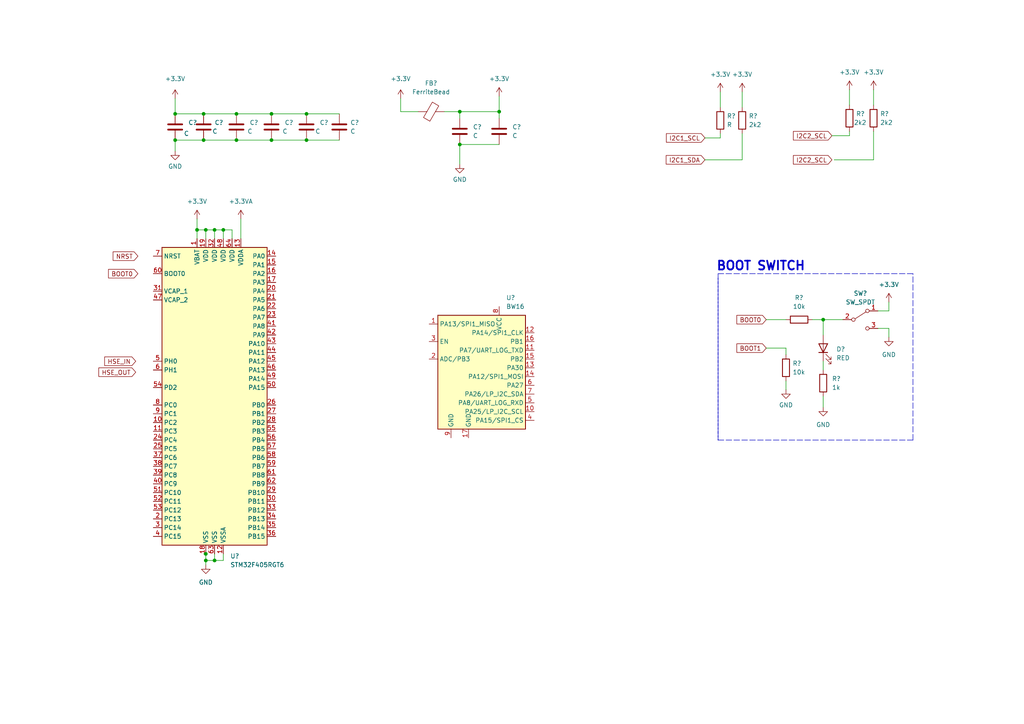
<source format=kicad_sch>
(kicad_sch (version 20211123) (generator eeschema)
  (paper "A4")
  (lib_symbols
    (symbol "Device:C" (pin_numbers hide) (pin_names (offset 0.254))
      (property "Reference" "C" (at 0.635 2.54 0))
      (property "Value" "C" (at 0.635 -2.54 0))
      (symbol "C_0_1"
        (polyline (pts (xy -2.032 -0.762) (xy 2.032 -0.762)) (stroke (width 0.508)))
        (polyline (pts (xy -2.032 0.762) (xy 2.032 0.762)) (stroke (width 0.508)))
      )
      (symbol "C_1_1"
        (pin passive line (at 0 3.81 270) (length 2.794) (name "~") (number "1"))
        (pin passive line (at 0 -3.81 90) (length 2.794) (name "~") (number "2"))
      )
    )
    (symbol "Device:FerriteBead" (pin_numbers hide) (pin_names (offset 0))
      (property "Reference" "FB" (at -3.81 0.635 90))
      (property "Value" "FerriteBead" (at 3.81 0 90))
      (symbol "FerriteBead_0_1"
        (polyline (pts (xy 0 -1.27) (xy 0 -1.2192)))
        (polyline (pts (xy 0 1.27) (xy 0 1.2954)))
        (polyline (pts (xy -2.7686 0.4064) (xy -1.7018 2.2606) (xy 2.7686 -0.3048) (xy 1.6764 -2.159) (xy -2.7686 0.4064)))
      )
      (symbol "FerriteBead_1_1"
        (pin passive line (at 0 3.81 270) (length 2.54) (name "~") (number "1"))
        (pin passive line (at 0 -3.81 90) (length 2.54) (name "~") (number "2"))
      )
    )
    (symbol "Device:LED" (pin_numbers hide) (pin_names (offset 1.016) hide)
      (property "Reference" "D" (at 0 2.54 0))
      (property "Value" "LED" (at 0 -2.54 0))
      (symbol "LED_0_1"
        (polyline (pts (xy -1.27 -1.27) (xy -1.27 1.27)) (stroke (width 0.254)))
        (polyline (pts (xy -1.27 0) (xy 1.27 0)))
        (polyline (pts (xy 1.27 -1.27) (xy 1.27 1.27) (xy -1.27 0) (xy 1.27 -1.27)) (stroke (width 0.254)))
        (polyline (pts (xy -3.048 -0.762) (xy -4.572 -2.286) (xy -3.81 -2.286) (xy -4.572 -2.286) (xy -4.572 -1.524)))
        (polyline (pts (xy -1.778 -0.762) (xy -3.302 -2.286) (xy -2.54 -2.286) (xy -3.302 -2.286) (xy -3.302 -1.524)))
      )
      (symbol "LED_1_1"
        (pin passive line (at -3.81 0 0) (length 2.54) (name "K") (number "1"))
        (pin passive line (at 3.81 0 180) (length 2.54) (name "A") (number "2"))
      )
    )
    (symbol "Device:R" (pin_numbers hide) (pin_names (offset 0))
      (property "Reference" "R" (at 2.032 0 90))
      (property "Value" "R" (at 0 0 90))
      (symbol "R_0_1"
        (rectangle (start -1.016 -2.54) (end 1.016 2.54) (stroke (width 0.254)))
      )
      (symbol "R_1_1"
        (pin passive line (at 0 3.81 270) (length 1.27) (name "~") (number "1"))
        (pin passive line (at 0 -3.81 90) (length 1.27) (name "~") (number "2"))
      )
    )
    (symbol "MCU_ST_STM32F4:STM32F405RGTx"
      (property "Reference" "U" (at -15.24 44.45 0))
      (property "Value" "STM32F405RGTx" (at 10.16 44.45 0))
      (symbol "STM32F405RGTx_0_1"
        (rectangle (start -15.24 -43.18) (end 15.24 43.18) (stroke (width 0.254)) (fill (type background)))
      )
      (symbol "STM32F405RGTx_1_1"
        (pin power_in line (at -5.08 45.72 270) (length 2.54) (name "VBAT") (number "1"))
        (pin bidirectional line (at -17.78 -7.62 0) (length 2.54) (name "PC2") (number "10"))
        (pin bidirectional line (at -17.78 -10.16 0) (length 2.54) (name "PC3") (number "11"))
        (pin power_in line (at 2.54 -45.72 90) (length 2.54) (name "VSSA") (number "12"))
        (pin power_in line (at 7.62 45.72 270) (length 2.54) (name "VDDA") (number "13"))
        (pin bidirectional line (at 17.78 40.64 180) (length 2.54) (name "PA0") (number "14"))
        (pin bidirectional line (at 17.78 38.1 180) (length 2.54) (name "PA1") (number "15"))
        (pin bidirectional line (at 17.78 35.56 180) (length 2.54) (name "PA2") (number "16"))
        (pin bidirectional line (at 17.78 33.02 180) (length 2.54) (name "PA3") (number "17"))
        (pin power_in line (at -2.54 -45.72 90) (length 2.54) (name "VSS") (number "18"))
        (pin power_in line (at -2.54 45.72 270) (length 2.54) (name "VDD") (number "19"))
        (pin bidirectional line (at -17.78 -35.56 0) (length 2.54) (name "PC13") (number "2"))
        (pin bidirectional line (at 17.78 30.48 180) (length 2.54) (name "PA4") (number "20"))
        (pin bidirectional line (at 17.78 27.94 180) (length 2.54) (name "PA5") (number "21"))
        (pin bidirectional line (at 17.78 25.4 180) (length 2.54) (name "PA6") (number "22"))
        (pin bidirectional line (at 17.78 22.86 180) (length 2.54) (name "PA7") (number "23"))
        (pin bidirectional line (at -17.78 -12.7 0) (length 2.54) (name "PC4") (number "24"))
        (pin bidirectional line (at -17.78 -15.24 0) (length 2.54) (name "PC5") (number "25"))
        (pin bidirectional line (at 17.78 -2.54 180) (length 2.54) (name "PB0") (number "26"))
        (pin bidirectional line (at 17.78 -5.08 180) (length 2.54) (name "PB1") (number "27"))
        (pin bidirectional line (at 17.78 -7.62 180) (length 2.54) (name "PB2") (number "28"))
        (pin bidirectional line (at 17.78 -27.94 180) (length 2.54) (name "PB10") (number "29"))
        (pin bidirectional line (at -17.78 -38.1 0) (length 2.54) (name "PC14") (number "3"))
        (pin bidirectional line (at 17.78 -30.48 180) (length 2.54) (name "PB11") (number "30"))
        (pin power_in line (at -17.78 30.48 0) (length 2.54) (name "VCAP_1") (number "31"))
        (pin power_in line (at 0 45.72 270) (length 2.54) (name "VDD") (number "32"))
        (pin bidirectional line (at 17.78 -33.02 180) (length 2.54) (name "PB12") (number "33"))
        (pin bidirectional line (at 17.78 -35.56 180) (length 2.54) (name "PB13") (number "34"))
        (pin bidirectional line (at 17.78 -38.1 180) (length 2.54) (name "PB14") (number "35"))
        (pin bidirectional line (at 17.78 -40.64 180) (length 2.54) (name "PB15") (number "36"))
        (pin bidirectional line (at -17.78 -17.78 0) (length 2.54) (name "PC6") (number "37"))
        (pin bidirectional line (at -17.78 -20.32 0) (length 2.54) (name "PC7") (number "38"))
        (pin bidirectional line (at -17.78 -22.86 0) (length 2.54) (name "PC8") (number "39"))
        (pin bidirectional line (at -17.78 -40.64 0) (length 2.54) (name "PC15") (number "4"))
        (pin bidirectional line (at -17.78 -25.4 0) (length 2.54) (name "PC9") (number "40"))
        (pin bidirectional line (at 17.78 20.32 180) (length 2.54) (name "PA8") (number "41"))
        (pin bidirectional line (at 17.78 17.78 180) (length 2.54) (name "PA9") (number "42"))
        (pin bidirectional line (at 17.78 15.24 180) (length 2.54) (name "PA10") (number "43"))
        (pin bidirectional line (at 17.78 12.7 180) (length 2.54) (name "PA11") (number "44"))
        (pin bidirectional line (at 17.78 10.16 180) (length 2.54) (name "PA12") (number "45"))
        (pin bidirectional line (at 17.78 7.62 180) (length 2.54) (name "PA13") (number "46"))
        (pin power_in line (at -17.78 27.94 0) (length 2.54) (name "VCAP_2") (number "47"))
        (pin power_in line (at 2.54 45.72 270) (length 2.54) (name "VDD") (number "48"))
        (pin bidirectional line (at 17.78 5.08 180) (length 2.54) (name "PA14") (number "49"))
        (pin input line (at -17.78 10.16 0) (length 2.54) (name "PH0") (number "5"))
        (pin bidirectional line (at 17.78 2.54 180) (length 2.54) (name "PA15") (number "50"))
        (pin bidirectional line (at -17.78 -27.94 0) (length 2.54) (name "PC10") (number "51"))
        (pin bidirectional line (at -17.78 -30.48 0) (length 2.54) (name "PC11") (number "52"))
        (pin bidirectional line (at -17.78 -33.02 0) (length 2.54) (name "PC12") (number "53"))
        (pin bidirectional line (at -17.78 2.54 0) (length 2.54) (name "PD2") (number "54"))
        (pin bidirectional line (at 17.78 -10.16 180) (length 2.54) (name "PB3") (number "55"))
        (pin bidirectional line (at 17.78 -12.7 180) (length 2.54) (name "PB4") (number "56"))
        (pin bidirectional line (at 17.78 -15.24 180) (length 2.54) (name "PB5") (number "57"))
        (pin bidirectional line (at 17.78 -17.78 180) (length 2.54) (name "PB6") (number "58"))
        (pin bidirectional line (at 17.78 -20.32 180) (length 2.54) (name "PB7") (number "59"))
        (pin input line (at -17.78 7.62 0) (length 2.54) (name "PH1") (number "6"))
        (pin input line (at -17.78 35.56 0) (length 2.54) (name "BOOT0") (number "60"))
        (pin bidirectional line (at 17.78 -22.86 180) (length 2.54) (name "PB8") (number "61"))
        (pin bidirectional line (at 17.78 -25.4 180) (length 2.54) (name "PB9") (number "62"))
        (pin power_in line (at 0 -45.72 90) (length 2.54) (name "VSS") (number "63"))
        (pin power_in line (at 5.08 45.72 270) (length 2.54) (name "VDD") (number "64"))
        (pin input line (at -17.78 40.64 0) (length 2.54) (name "NRST") (number "7"))
        (pin bidirectional line (at -17.78 -2.54 0) (length 2.54) (name "PC0") (number "8"))
        (pin bidirectional line (at -17.78 -5.08 0) (length 2.54) (name "PC1") (number "9"))
      )
    )
    (symbol "Switch:SW_SPDT" (pin_names (offset 0) hide)
      (property "Reference" "SW" (at 0 4.318 0))
      (property "Value" "SW_SPDT" (at 0 -5.08 0))
      (symbol "SW_SPDT_0_0"
        (circle (center -2.032 0) (radius 0.508))
        (circle (center 2.032 -2.54) (radius 0.508))
      )
      (symbol "SW_SPDT_0_1"
        (polyline (pts (xy -1.524 0.254) (xy 1.651 2.286)))
        (circle (center 2.032 2.54) (radius 0.508))
      )
      (symbol "SW_SPDT_1_1"
        (pin passive line (at 5.08 2.54 180) (length 2.54) (name "A") (number "1"))
        (pin passive line (at -5.08 0 0) (length 2.54) (name "B") (number "2"))
        (pin passive line (at 5.08 -2.54 180) (length 2.54) (name "C") (number "3"))
      )
    )
    (symbol "power:+3.3V" (power) (pin_names (offset 0))
      (property "Value" "+3.3V" (at 0 3.556 0))
      (symbol "+3.3V_0_1"
        (polyline (pts (xy -0.762 1.27) (xy 0 2.54)))
        (polyline (pts (xy 0 0) (xy 0 2.54)))
        (polyline (pts (xy 0 2.54) (xy 0.762 1.27)))
      )
      (symbol "+3.3V_1_1"
        (pin power_in line (at 0 0 90) (length 0) hide (name "+3.3V") (number "1"))
      )
    )
    (symbol "power:+3.3VA" (power) (pin_names (offset 0))
      (property "Value" "+3.3VA" (at 0 3.556 0))
      (symbol "+3.3VA_0_1"
        (polyline (pts (xy -0.762 1.27) (xy 0 2.54)))
        (polyline (pts (xy 0 0) (xy 0 2.54)))
        (polyline (pts (xy 0 2.54) (xy 0.762 1.27)))
      )
      (symbol "+3.3VA_1_1"
        (pin power_in line (at 0 0 90) (length 0) hide (name "+3.3VA") (number "1"))
      )
    )
    (symbol "power:GND" (power) (pin_names (offset 0))
      (property "Value" "GND" (at 0 -3.81 0))
      (symbol "GND_0_1"
        (polyline (pts (xy 0 0) (xy 0 -1.27) (xy 1.27 -1.27) (xy 0 -2.54) (xy -1.27 -1.27) (xy 0 -1.27)))
      )
      (symbol "GND_1_1"
        (pin power_in line (at 0 0 270) (length 0) hide (name "GND") (number "1"))
      )
    )
    (symbol "sensors:BW16"
      (property "Reference" "U" (at -12.7 19.05 0))
      (property "Value" "BW16" (at 12.7 19.05 0))
      (symbol "BW16_0_0"
        (pin power_in line (at -3.81 -17.78 90) (length 2.54) (name "GND") (number "17"))
      )
      (symbol "BW16_0_1"
        (rectangle (start -12.7 17.78) (end 12.7 -15.24) (stroke (width 0.254)) (fill (type background)))
      )
      (symbol "BW16_1_1"
        (pin bidirectional line (at -15.24 15.24 0) (length 2.54) (name "PA13/SPI1_MISO") (number "1"))
        (pin bidirectional line (at 15.24 -10.16 180) (length 2.54) (name "PA25/LP_I2C_SCL") (number "10"))
        (pin bidirectional line (at 15.24 7.62 180) (length 2.54) (name "PA7/UART_LOG_TXD") (number "11"))
        (pin bidirectional line (at 15.24 12.7 180) (length 2.54) (name "PA14/SPI1_CLK") (number "12"))
        (pin bidirectional line (at 15.24 2.54 180) (length 2.54) (name "PA30") (number "13"))
        (pin bidirectional line (at 15.24 0 180) (length 2.54) (name "PA12/SPI1_MOSI") (number "14"))
        (pin bidirectional line (at 15.24 5.08 180) (length 2.54) (name "PB2") (number "15"))
        (pin bidirectional line (at 15.24 10.16 180) (length 2.54) (name "PB1") (number "16"))
        (pin bidirectional line (at -15.24 5.08 0) (length 2.54) (name "ADC/PB3") (number "2"))
        (pin input line (at -15.24 10.16 0) (length 2.54) (name "EN") (number "3"))
        (pin bidirectional line (at 15.24 -12.7 180) (length 2.54) (name "PA15/SPI1_CS") (number "4"))
        (pin bidirectional line (at 15.24 -7.62 180) (length 2.54) (name "PA8/UART_LOG_RXD") (number "5"))
        (pin bidirectional line (at 15.24 -2.54 180) (length 2.54) (name "PA27") (number "6"))
        (pin bidirectional line (at 15.24 -5.08 180) (length 2.54) (name "PA26/LP_I2C_SDA") (number "7"))
        (pin power_in line (at 5.08 20.32 270) (length 2.54) (name "VCC") (number "8"))
        (pin power_in line (at -8.89 -17.78 90) (length 2.54) (name "GND") (number "9"))
      )
    )
  )
  (junction (at 88.9 33.02))
  (junction (at 68.58 40.64))
  (junction (at 57.15 66.675))
  (junction (at 78.74 40.64))
  (junction (at 50.8 33.02))
  (junction (at 133.35 41.91))
  (junction (at 50.8 40.64))
  (junction (at 68.58 33.02))
  (junction (at 64.77 66.675))
  (junction (at 133.35 32.385))
  (junction (at 62.23 66.675))
  (junction (at 59.69 66.675))
  (junction (at 78.74 33.02))
  (junction (at 238.76 92.71))
  (junction (at 59.055 33.02))
  (junction (at 144.78 32.385))
  (junction (at 88.9 40.64))
  (junction (at 62.23 162.56))
  (junction (at 59.69 160.655))
  (junction (at 59.055 40.64))
  (junction (at 59.69 162.56))
  (wire (pts (xy 50.8 40.64) (xy 59.055 40.64)))
  (wire (pts (xy 88.9 40.64) (xy 98.425 40.64)))
  (wire (pts (xy 133.35 41.91) (xy 144.78 41.91)))
  (wire (pts (xy 62.23 66.675) (xy 62.23 69.215)))
  (wire (pts (xy 59.69 66.675) (xy 62.23 66.675)))
  (wire (pts (xy 208.915 40.005) (xy 208.915 38.735)))
  (polyline (pts (xy 208.28 127.635) (xy 264.795 127.635)))
  (polyline (pts (xy 264.795 79.375) (xy 208.28 79.375)))
  (wire (pts (xy 68.58 40.64) (xy 78.74 40.64)))
  (wire (pts (xy 133.35 32.385) (xy 144.78 32.385)))
  (wire (pts (xy 257.81 95.25) (xy 257.81 97.79)))
  (wire (pts (xy 68.58 33.02) (xy 78.74 33.02)))
  (wire (pts (xy 227.965 110.49) (xy 227.965 113.03)))
  (wire (pts (xy 241.935 46.355) (xy 253.365 46.355)))
  (wire (pts (xy 59.69 162.56) (xy 62.23 162.56)))
  (wire (pts (xy 241.3 39.37) (xy 246.38 39.37)))
  (wire (pts (xy 59.055 40.64) (xy 68.58 40.64)))
  (wire (pts (xy 257.81 90.17) (xy 257.81 87.63)))
  (polyline (pts (xy 208.28 79.375) (xy 208.28 127.635)))
  (wire (pts (xy 62.23 66.675) (xy 64.77 66.675)))
  (wire (pts (xy 50.8 33.02) (xy 59.055 33.02)))
  (wire (pts (xy 246.38 26.035) (xy 246.38 30.48)))
  (wire (pts (xy 235.585 92.71) (xy 238.76 92.71)))
  (wire (pts (xy 246.38 39.37) (xy 246.38 38.1)))
  (wire (pts (xy 254.635 90.17) (xy 257.81 90.17)))
  (wire (pts (xy 64.77 162.56) (xy 64.77 160.655)))
  (wire (pts (xy 64.77 66.675) (xy 67.31 66.675)))
  (wire (pts (xy 215.265 46.355) (xy 215.265 38.735)))
  (wire (pts (xy 59.69 160.655) (xy 59.69 162.56)))
  (wire (pts (xy 133.35 32.385) (xy 133.35 34.29)))
  (wire (pts (xy 62.23 162.56) (xy 62.23 160.655)))
  (wire (pts (xy 133.35 41.91) (xy 133.35 47.625)))
  (wire (pts (xy 116.205 32.385) (xy 121.285 32.385)))
  (wire (pts (xy 222.25 100.965) (xy 227.965 100.965)))
  (wire (pts (xy 128.905 32.385) (xy 133.35 32.385)))
  (wire (pts (xy 253.365 46.355) (xy 253.365 38.1)))
  (wire (pts (xy 222.25 92.71) (xy 227.965 92.71)))
  (wire (pts (xy 227.965 100.965) (xy 227.965 102.87)))
  (wire (pts (xy 144.78 32.385) (xy 144.78 34.29)))
  (wire (pts (xy 59.055 160.655) (xy 59.69 160.655)))
  (wire (pts (xy 59.055 33.02) (xy 68.58 33.02)))
  (wire (pts (xy 78.74 40.64) (xy 88.9 40.64)))
  (wire (pts (xy 238.76 92.71) (xy 238.76 97.155)))
  (wire (pts (xy 238.76 104.775) (xy 238.76 107.315)))
  (polyline (pts (xy 264.795 127.635) (xy 264.795 79.375)))
  (wire (pts (xy 116.205 28.575) (xy 116.205 32.385)))
  (wire (pts (xy 88.9 33.02) (xy 98.425 33.02)))
  (wire (pts (xy 50.8 28.575) (xy 50.8 33.02)))
  (wire (pts (xy 64.77 66.675) (xy 64.77 69.215)))
  (wire (pts (xy 204.47 40.005) (xy 208.915 40.005)))
  (wire (pts (xy 254.635 95.25) (xy 257.81 95.25)))
  (wire (pts (xy 215.265 26.67) (xy 215.265 31.115)))
  (wire (pts (xy 57.15 69.215) (xy 57.15 66.675)))
  (wire (pts (xy 57.15 66.675) (xy 59.69 66.675)))
  (wire (pts (xy 62.23 162.56) (xy 64.77 162.56)))
  (polyline (pts (xy 208.28 80.645) (xy 208.28 127.635)))
  (wire (pts (xy 57.15 63.5) (xy 57.15 66.675)))
  (wire (pts (xy 50.8 40.64) (xy 50.8 43.815)))
  (wire (pts (xy 144.78 27.94) (xy 144.78 32.385)))
  (wire (pts (xy 59.69 66.675) (xy 59.69 69.215)))
  (wire (pts (xy 59.69 162.56) (xy 59.69 163.83)))
  (wire (pts (xy 253.365 26.035) (xy 253.365 30.48)))
  (wire (pts (xy 204.47 46.355) (xy 215.265 46.355)))
  (wire (pts (xy 69.85 63.5) (xy 69.85 69.215)))
  (wire (pts (xy 67.31 66.675) (xy 67.31 69.215)))
  (wire (pts (xy 238.76 92.71) (xy 244.475 92.71)))
  (wire (pts (xy 238.76 114.935) (xy 238.76 118.11)))
  (wire (pts (xy 208.915 26.67) (xy 208.915 31.115)))
  (wire (pts (xy 78.74 33.02) (xy 88.9 33.02)))
  (text "BOOT SWITCH" (at 207.645 78.74 0) (effects (font (size 2.54 2.54) (thickness 0.508) bold) (justify left bottom)))
  (global_label "NRST" (shape input) (at 40.005 74.295 180) (property "Intersheet References" "${INTERSHEET_REFS}" (effects hide)))
  (global_label "I2C2_SCL" (shape input) (at 241.3 46.355 180) (property "Intersheet References" "${INTERSHEET_REFS}" (effects hide)))
  (global_label "HSE_IN" (shape input) (at 39.37 104.775 180) (property "Intersheet References" "${INTERSHEET_REFS}" (effects hide)))
  (global_label "I2C1_SCL" (shape input) (at 204.47 40.005 180) (property "Intersheet References" "${INTERSHEET_REFS}" (effects hide)))
  (global_label "BOOT0" (shape input) (at 40.005 79.375 180) (property "Intersheet References" "${INTERSHEET_REFS}" (effects hide)))
  (global_label "BOOT1" (shape input) (at 222.25 100.965 180) (property "Intersheet References" "${INTERSHEET_REFS}" (effects hide)))
  (global_label "BOOT0" (shape input) (at 222.25 92.71 180) (property "Intersheet References" "${INTERSHEET_REFS}" (effects hide)))
  (global_label "HSE_OUT" (shape input) (at 39.37 107.95 180) (property "Intersheet References" "${INTERSHEET_REFS}" (effects hide)))
  (global_label "I2C2_SCL" (shape input) (at 241.3 39.37 180) (property "Intersheet References" "${INTERSHEET_REFS}" (effects hide)))
  (global_label "I2C1_SDA" (shape input) (at 204.47 46.355 180) (property "Intersheet References" "${INTERSHEET_REFS}" (effects hide)))
  (symbol (lib_id "Switch:SW_SPDT") (at 249.555 92.71 0) (unit 1)
    (property "Reference" "SW?" (at 249.555 85.09 0))
    (property "Value" "SW_SPDT" (at 249.555 87.63 0))
  )
  (symbol (lib_id "Device:R") (at 231.775 92.71 90) (unit 1)
    (property "Reference" "R?" (at 231.775 86.36 90))
    (property "Value" "10k" (at 231.775 88.9 90))
  )
  (symbol (lib_id "power:GND") (at 227.965 113.03 0) (unit 1)
    (property "Reference" "#PWR?" (effects hide))
    (property "Value" "GND" (at 227.965 117.475 0))
  )
  (symbol (lib_id "sensors:BW16") (at 139.7 109.22 0) (unit 1)
    (property "Reference" "U?" (at 146.7994 86.36 0) (effects (justify left)))
    (property "Value" "BW16" (at 146.7994 88.9 0) (effects (justify left)))
    (property "Footprint" "BW16 RF module" (effects hide))
  )
  (symbol (lib_id "Device:FerriteBead") (at 125.095 32.385 90) (unit 1)
    (property "Reference" "FB?" (at 125.0442 24.13 90))
    (property "Value" "FerriteBead" (at 125.0442 26.67 90))
  )
  (symbol (lib_id "power:GND") (at 257.81 97.79 0) (unit 1)
    (property "Reference" "#PWR?" (effects hide))
    (property "Value" "GND" (at 257.81 102.87 0))
  )
  (symbol (lib_id "Device:R") (at 227.965 106.68 0) (unit 1)
    (property "Reference" "R?" (at 229.87 105.4099 0) (effects (justify left)))
    (property "Value" "10k" (at 229.87 107.9499 0) (effects (justify left)))
  )
  (symbol (lib_id "power:GND") (at 59.69 163.83 0) (unit 1)
    (property "Reference" "#PWR?" (effects hide))
    (property "Value" "GND" (at 59.69 168.91 0))
  )
  (symbol (lib_id "power:+3.3V") (at 246.38 26.035 0) (unit 1)
    (property "Reference" "#PWR?" (effects hide))
    (property "Value" "+3.3V" (at 246.38 20.955 0))
  )
  (symbol (lib_id "MCU_ST_STM32F4:STM32F405RGTx") (at 62.23 114.935 0) (unit 1)
    (property "Reference" "U?" (at 66.7894 161.29 0) (effects (justify left)))
    (property "Value" "STM32F405RGT6" (at 66.7894 163.83 0) (effects (justify left)))
    (property "Footprint" "Package_QFP:LQFP-64_10x10mm_P0.5mm" (effects hide))
    (property "Datasheet" "http://www.st.com/st-web-ui/static/active/en/resource/technical/document/datasheet/DM00037051.pdf" (effects hide))
  )
  (symbol (lib_id "power:GND") (at 50.8 43.815 0) (unit 1)
    (property "Reference" "#PWR?" (effects hide))
    (property "Value" "GND" (at 50.8 48.26 0))
  )
  (symbol (lib_id "Device:C") (at 50.8 36.83 0) (unit 1)
    (property "Reference" "C?" (at 54.61 35.5599 0) (effects (justify left)))
    (property "Value" "C" (at 53.34 38.735 0) (effects (justify left)))
  )
  (symbol (lib_id "Device:R") (at 238.76 111.125 0) (unit 1)
    (property "Reference" "R?" (at 241.3 109.8549 0) (effects (justify left)))
    (property "Value" "1k" (at 241.3 112.3949 0) (effects (justify left)))
  )
  (symbol (lib_id "Device:R") (at 215.265 34.925 0) (unit 1)
    (property "Reference" "R?" (at 217.17 33.6549 0) (effects (justify left)))
    (property "Value" "2k2" (at 217.17 36.1949 0) (effects (justify left)))
  )
  (symbol (lib_id "power:GND") (at 238.76 118.11 0) (unit 1)
    (property "Reference" "#PWR?" (effects hide))
    (property "Value" "GND" (at 238.76 123.19 0))
  )
  (symbol (lib_id "power:+3.3V") (at 116.205 28.575 0) (unit 1)
    (property "Reference" "#PWR?" (effects hide))
    (property "Value" "+3.3V" (at 116.205 22.86 0))
  )
  (symbol (lib_id "Device:C") (at 88.9 36.83 0) (unit 1)
    (property "Reference" "C?" (at 92.71 35.5599 0) (effects (justify left)))
    (property "Value" "C" (at 91.44 38.1 0) (effects (justify left)))
  )
  (symbol (lib_id "Device:C") (at 78.74 36.83 0) (unit 1)
    (property "Reference" "C?" (at 82.55 35.5599 0) (effects (justify left)))
    (property "Value" "C" (at 81.915 38.1 0) (effects (justify left)))
  )
  (symbol (lib_id "power:+3.3V") (at 208.915 26.67 0) (unit 1)
    (property "Reference" "#PWR?" (effects hide))
    (property "Value" "+3.3V" (at 208.915 21.59 0))
  )
  (symbol (lib_id "Device:C") (at 59.055 36.83 0) (unit 1)
    (property "Reference" "C?" (at 62.23 35.5599 0) (effects (justify left)))
    (property "Value" "C" (at 61.595 38.1 0) (effects (justify left)))
  )
  (symbol (lib_id "Device:C") (at 133.35 38.1 0) (unit 1)
    (property "Reference" "C?" (at 137.16 36.8299 0) (effects (justify left)))
    (property "Value" "C" (at 137.16 39.3699 0) (effects (justify left)))
  )
  (symbol (lib_id "power:+3.3V") (at 253.365 26.035 0) (unit 1)
    (property "Reference" "#PWR?" (effects hide))
    (property "Value" "+3.3V" (at 253.365 20.955 0))
  )
  (symbol (lib_id "Device:C") (at 98.425 36.83 0) (unit 1)
    (property "Reference" "C?" (at 101.6 35.5599 0) (effects (justify left)))
    (property "Value" "C" (at 101.6 38.0999 0) (effects (justify left)))
  )
  (symbol (lib_id "Device:R") (at 246.38 34.29 0) (unit 1)
    (property "Reference" "R?" (at 248.285 33.02 0) (effects (justify left)))
    (property "Value" "2k2" (at 247.65 35.56 0) (effects (justify left)))
  )
  (symbol (lib_id "power:GND") (at 133.35 47.625 0) (unit 1)
    (property "Reference" "#PWR?" (effects hide))
    (property "Value" "GND" (at 133.35 52.07 0))
  )
  (symbol (lib_id "power:+3.3V") (at 215.265 26.67 0) (unit 1)
    (property "Reference" "#PWR?" (effects hide))
    (property "Value" "+3.3V" (at 215.265 21.59 0))
  )
  (symbol (lib_id "power:+3.3VA") (at 69.85 63.5 0) (unit 1)
    (property "Reference" "#PWR?" (effects hide))
    (property "Value" "+3.3VA" (at 69.85 58.42 0))
  )
  (symbol (lib_id "power:+3.3V") (at 144.78 27.94 0) (unit 1)
    (property "Reference" "#PWR?" (effects hide))
    (property "Value" "+3.3V" (at 144.78 22.86 0))
  )
  (symbol (lib_id "Device:C") (at 144.78 38.1 0) (unit 1)
    (property "Reference" "C?" (at 148.59 36.8299 0) (effects (justify left)))
    (property "Value" "C" (at 148.59 39.3699 0) (effects (justify left)))
  )
  (symbol (lib_id "Device:C") (at 68.58 36.83 0) (unit 1)
    (property "Reference" "C?" (at 72.39 35.5599 0) (effects (justify left)))
    (property "Value" "C" (at 71.755 38.1 0) (effects (justify left)))
  )
  (symbol (lib_id "power:+3.3V") (at 257.81 87.63 0) (unit 1)
    (property "Reference" "#PWR?" (effects hide))
    (property "Value" "+3.3V" (at 257.81 82.55 0))
  )
  (symbol (lib_id "power:+3.3V") (at 57.15 63.5 0) (unit 1)
    (property "Reference" "#PWR?" (effects hide))
    (property "Value" "+3.3V" (at 57.15 58.42 0))
  )
  (symbol (lib_id "power:+3.3V") (at 50.8 28.575 0) (unit 1)
    (property "Reference" "#PWR?" (effects hide))
    (property "Value" "+3.3V" (at 50.8 22.86 0))
  )
  (symbol (lib_id "Device:LED") (at 238.76 100.965 90) (unit 1)
    (property "Reference" "D?" (at 242.57 101.2824 90) (effects (justify right)))
    (property "Value" "RED" (at 242.57 103.8224 90) (effects (justify right)))
  )
  (symbol (lib_id "Device:R") (at 253.365 34.29 0) (unit 1)
    (property "Reference" "R?" (at 255.27 33.0199 0) (effects (justify left)))
    (property "Value" "2k2" (at 255.27 35.5599 0) (effects (justify left)))
  )
  (symbol (lib_id "Device:R") (at 208.915 34.925 0) (unit 1)
    (property "Reference" "R?" (at 210.82 33.6549 0) (effects (justify left)))
    (property "Value" "R" (at 210.82 36.1949 0) (effects (justify left)))
  )
)
</source>
